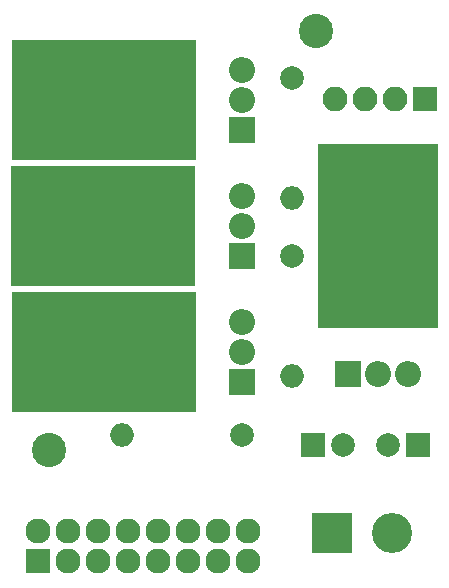
<source format=gbr>
G04 #@! TF.FileFunction,Soldermask,Bot*
%FSLAX46Y46*%
G04 Gerber Fmt 4.6, Leading zero omitted, Abs format (unit mm)*
G04 Created by KiCad (PCBNEW 4.0.4-stable) date 04/11/18 19:14:46*
%MOMM*%
%LPD*%
G01*
G04 APERTURE LIST*
%ADD10C,0.100000*%
%ADD11R,15.700000X10.200000*%
%ADD12O,3.900000X3.900000*%
%ADD13R,2.200000X2.200000*%
%ADD14O,2.200000X2.200000*%
%ADD15R,10.200000X15.700000*%
%ADD16R,2.100000X2.100000*%
%ADD17O,2.100000X2.100000*%
%ADD18O,2.127200X2.127200*%
%ADD19R,2.127200X2.127200*%
%ADD20C,2.900000*%
%ADD21R,2.000000X2.000000*%
%ADD22C,2.000000*%
%ADD23O,2.000000X2.000000*%
%ADD24C,3.399740*%
%ADD25R,3.399740X3.399740*%
G04 APERTURE END LIST*
D10*
D11*
X132792972Y-80503096D03*
X132812972Y-91203096D03*
X132802972Y-69853096D03*
D12*
X127866000Y-91186000D03*
D13*
X144526000Y-93726000D03*
D14*
X144526000Y-91186000D03*
X144526000Y-88646000D03*
D15*
X156070000Y-81340000D03*
D16*
X160040000Y-69720000D03*
D17*
X157500000Y-69720000D03*
X154960000Y-69720000D03*
X152420000Y-69720000D03*
D18*
X145034000Y-106375200D03*
X145034000Y-108915200D03*
X142494000Y-106375200D03*
X142494000Y-108915200D03*
X139954000Y-106375200D03*
X139954000Y-108915200D03*
X137414000Y-106375200D03*
X137414000Y-108915200D03*
D19*
X127254000Y-108915200D03*
D18*
X127254000Y-106375200D03*
X129794000Y-108915200D03*
X129794000Y-106375200D03*
X132334000Y-108915200D03*
X132334000Y-106375200D03*
X134874000Y-108915200D03*
X134874000Y-106375200D03*
D20*
X150774400Y-64038480D03*
X128219200Y-99466400D03*
D21*
X159410000Y-99030000D03*
D22*
X156910000Y-99030000D03*
D21*
X150550000Y-99030000D03*
D22*
X153050000Y-99030000D03*
D12*
X127866000Y-69850000D03*
D13*
X144526000Y-72390000D03*
D14*
X144526000Y-69850000D03*
X144526000Y-67310000D03*
D12*
X127866000Y-80518000D03*
D13*
X144526000Y-83058000D03*
D14*
X144526000Y-80518000D03*
X144526000Y-77978000D03*
D22*
X148760000Y-67980000D03*
D23*
X148760000Y-78140000D03*
D22*
X144550000Y-98240000D03*
D23*
X134390000Y-98240000D03*
D22*
X148730000Y-83020000D03*
D23*
X148730000Y-93180000D03*
D12*
X156040000Y-76410000D03*
D13*
X153500000Y-93070000D03*
D14*
X156040000Y-93070000D03*
X158580000Y-93070000D03*
D24*
X157250000Y-106500000D03*
D25*
X152170000Y-106500000D03*
M02*

</source>
